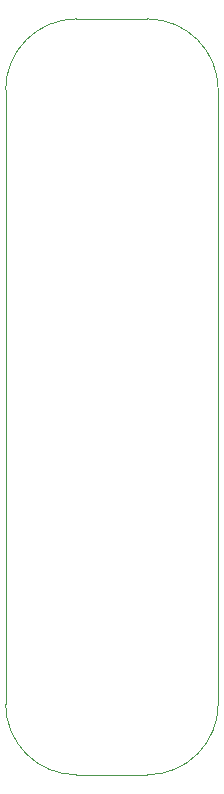
<source format=gm1>
G04 #@! TF.GenerationSoftware,KiCad,Pcbnew,5.1.9+dfsg1-1*
G04 #@! TF.CreationDate,2022-11-10T16:03:50+09:00*
G04 #@! TF.ProjectId,din-photocoupler,64696e2d-7068-46f7-946f-636f75706c65,rev?*
G04 #@! TF.SameCoordinates,Original*
G04 #@! TF.FileFunction,Profile,NP*
%FSLAX46Y46*%
G04 Gerber Fmt 4.6, Leading zero omitted, Abs format (unit mm)*
G04 Created by KiCad (PCBNEW 5.1.9+dfsg1-1) date 2022-11-10 16:03:50*
%MOMM*%
%LPD*%
G01*
G04 APERTURE LIST*
G04 #@! TA.AperFunction,Profile*
%ADD10C,0.050000*%
G04 #@! TD*
G04 APERTURE END LIST*
D10*
X158000000Y-55500000D02*
G75*
G02*
X164000000Y-61500000I0J-6000000D01*
G01*
X164000000Y-113500000D02*
G75*
G02*
X158000000Y-119500000I-6000000J0D01*
G01*
X152000000Y-119500000D02*
G75*
G02*
X146000000Y-113500000I0J6000000D01*
G01*
X146000000Y-61500000D02*
G75*
G02*
X152000000Y-55500000I6000000J0D01*
G01*
X146000000Y-113500000D02*
X146000000Y-61500000D01*
X158000000Y-119500000D02*
X152000000Y-119500000D01*
X164000000Y-61500000D02*
X164000000Y-113500000D01*
X152000000Y-55500000D02*
X158000000Y-55500000D01*
M02*

</source>
